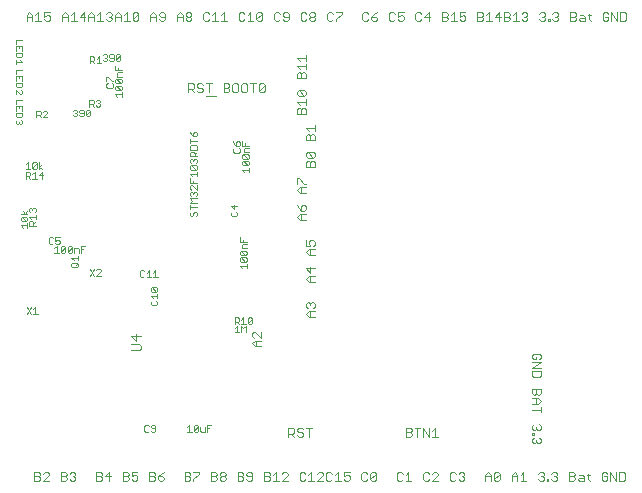
<source format=gto>
G75*
G70*
%OFA0B0*%
%FSLAX24Y24*%
%IPPOS*%
%LPD*%
%AMOC8*
5,1,8,0,0,1.08239X$1,22.5*
%
%ADD10C,0.0030*%
%ADD11C,0.0020*%
%ADD12C,0.0040*%
D10*
X000936Y000336D02*
X001081Y000336D01*
X001130Y000385D01*
X001130Y000433D01*
X001081Y000481D01*
X000936Y000481D01*
X000936Y000336D02*
X000936Y000626D01*
X001081Y000626D01*
X001130Y000578D01*
X001130Y000530D01*
X001081Y000481D01*
X001231Y000578D02*
X001279Y000626D01*
X001376Y000626D01*
X001424Y000578D01*
X001424Y000530D01*
X001231Y000336D01*
X001424Y000336D01*
X001820Y000336D02*
X001965Y000336D01*
X002014Y000385D01*
X002014Y000433D01*
X001965Y000481D01*
X001820Y000481D01*
X001820Y000336D02*
X001820Y000626D01*
X001965Y000626D01*
X002014Y000578D01*
X002014Y000530D01*
X001965Y000481D01*
X002115Y000385D02*
X002163Y000336D01*
X002260Y000336D01*
X002308Y000385D01*
X002308Y000433D01*
X002260Y000481D01*
X002211Y000481D01*
X002260Y000481D02*
X002308Y000530D01*
X002308Y000578D01*
X002260Y000626D01*
X002163Y000626D01*
X002115Y000578D01*
X002999Y000626D02*
X002999Y000336D01*
X003144Y000336D01*
X003192Y000385D01*
X003192Y000433D01*
X003144Y000481D01*
X002999Y000481D01*
X003144Y000481D02*
X003192Y000530D01*
X003192Y000578D01*
X003144Y000626D01*
X002999Y000626D01*
X003293Y000481D02*
X003487Y000481D01*
X003438Y000336D02*
X003438Y000626D01*
X003293Y000481D01*
X003883Y000481D02*
X004028Y000481D01*
X004076Y000433D01*
X004076Y000385D01*
X004028Y000336D01*
X003883Y000336D01*
X003883Y000626D01*
X004028Y000626D01*
X004076Y000578D01*
X004076Y000530D01*
X004028Y000481D01*
X004177Y000481D02*
X004274Y000530D01*
X004322Y000530D01*
X004371Y000481D01*
X004371Y000385D01*
X004322Y000336D01*
X004226Y000336D01*
X004177Y000385D01*
X004177Y000481D02*
X004177Y000626D01*
X004371Y000626D01*
X004767Y000626D02*
X004767Y000336D01*
X004912Y000336D01*
X004960Y000385D01*
X004960Y000433D01*
X004912Y000481D01*
X004767Y000481D01*
X004912Y000481D02*
X004960Y000530D01*
X004960Y000578D01*
X004912Y000626D01*
X004767Y000626D01*
X005061Y000481D02*
X005206Y000481D01*
X005255Y000433D01*
X005255Y000385D01*
X005206Y000336D01*
X005110Y000336D01*
X005061Y000385D01*
X005061Y000481D01*
X005158Y000578D01*
X005255Y000626D01*
X005945Y000626D02*
X005945Y000336D01*
X006090Y000336D01*
X006139Y000385D01*
X006139Y000433D01*
X006090Y000481D01*
X005945Y000481D01*
X006090Y000481D02*
X006139Y000530D01*
X006139Y000578D01*
X006090Y000626D01*
X005945Y000626D01*
X006240Y000626D02*
X006433Y000626D01*
X006433Y000578D01*
X006240Y000385D01*
X006240Y000336D01*
X006829Y000336D02*
X006974Y000336D01*
X007023Y000385D01*
X007023Y000433D01*
X006974Y000481D01*
X006829Y000481D01*
X006829Y000336D02*
X006829Y000626D01*
X006974Y000626D01*
X007023Y000578D01*
X007023Y000530D01*
X006974Y000481D01*
X007124Y000433D02*
X007172Y000481D01*
X007269Y000481D01*
X007317Y000433D01*
X007317Y000385D01*
X007269Y000336D01*
X007172Y000336D01*
X007124Y000385D01*
X007124Y000433D01*
X007172Y000481D02*
X007124Y000530D01*
X007124Y000578D01*
X007172Y000626D01*
X007269Y000626D01*
X007317Y000578D01*
X007317Y000530D01*
X007269Y000481D01*
X007713Y000481D02*
X007858Y000481D01*
X007906Y000433D01*
X007906Y000385D01*
X007858Y000336D01*
X007713Y000336D01*
X007713Y000626D01*
X007858Y000626D01*
X007906Y000578D01*
X007906Y000530D01*
X007858Y000481D01*
X008008Y000530D02*
X008056Y000481D01*
X008201Y000481D01*
X008201Y000385D02*
X008201Y000578D01*
X008153Y000626D01*
X008056Y000626D01*
X008008Y000578D01*
X008008Y000530D01*
X008008Y000385D02*
X008056Y000336D01*
X008153Y000336D01*
X008201Y000385D01*
X008597Y000336D02*
X008742Y000336D01*
X008790Y000385D01*
X008790Y000433D01*
X008742Y000481D01*
X008597Y000481D01*
X008597Y000336D02*
X008597Y000626D01*
X008742Y000626D01*
X008790Y000578D01*
X008790Y000530D01*
X008742Y000481D01*
X008892Y000530D02*
X008988Y000626D01*
X008988Y000336D01*
X008892Y000336D02*
X009085Y000336D01*
X009186Y000336D02*
X009380Y000530D01*
X009380Y000578D01*
X009331Y000626D01*
X009235Y000626D01*
X009186Y000578D01*
X009186Y000336D02*
X009380Y000336D01*
X009776Y000385D02*
X009824Y000336D01*
X009921Y000336D01*
X009969Y000385D01*
X010070Y000336D02*
X010264Y000336D01*
X010167Y000336D02*
X010167Y000626D01*
X010070Y000530D01*
X009969Y000578D02*
X009921Y000626D01*
X009824Y000626D01*
X009776Y000578D01*
X009776Y000385D01*
X010365Y000336D02*
X010558Y000530D01*
X010558Y000578D01*
X010510Y000626D01*
X010413Y000626D01*
X010365Y000578D01*
X010365Y000336D02*
X010558Y000336D01*
X010659Y000385D02*
X010708Y000336D01*
X010805Y000336D01*
X010853Y000385D01*
X010954Y000336D02*
X011148Y000336D01*
X011051Y000336D02*
X011051Y000626D01*
X010954Y000530D01*
X010853Y000578D02*
X010805Y000626D01*
X010708Y000626D01*
X010659Y000578D01*
X010659Y000385D01*
X011249Y000385D02*
X011297Y000336D01*
X011394Y000336D01*
X011442Y000385D01*
X011442Y000481D01*
X011394Y000530D01*
X011346Y000530D01*
X011249Y000481D01*
X011249Y000626D01*
X011442Y000626D01*
X011838Y000578D02*
X011838Y000385D01*
X011886Y000336D01*
X011983Y000336D01*
X012032Y000385D01*
X012133Y000385D02*
X012133Y000578D01*
X012181Y000626D01*
X012278Y000626D01*
X012326Y000578D01*
X012133Y000385D01*
X012181Y000336D01*
X012278Y000336D01*
X012326Y000385D01*
X012326Y000578D01*
X012032Y000578D02*
X011983Y000626D01*
X011886Y000626D01*
X011838Y000578D01*
X013017Y000578D02*
X013017Y000385D01*
X013065Y000336D01*
X013162Y000336D01*
X013210Y000385D01*
X013311Y000336D02*
X013505Y000336D01*
X013408Y000336D02*
X013408Y000626D01*
X013311Y000530D01*
X013210Y000578D02*
X013162Y000626D01*
X013065Y000626D01*
X013017Y000578D01*
X013901Y000578D02*
X013901Y000385D01*
X013949Y000336D01*
X014046Y000336D01*
X014094Y000385D01*
X014195Y000336D02*
X014389Y000530D01*
X014389Y000578D01*
X014340Y000626D01*
X014244Y000626D01*
X014195Y000578D01*
X014094Y000578D02*
X014046Y000626D01*
X013949Y000626D01*
X013901Y000578D01*
X014195Y000336D02*
X014389Y000336D01*
X014785Y000385D02*
X014833Y000336D01*
X014930Y000336D01*
X014978Y000385D01*
X015079Y000385D02*
X015128Y000336D01*
X015224Y000336D01*
X015273Y000385D01*
X015273Y000433D01*
X015224Y000481D01*
X015176Y000481D01*
X015224Y000481D02*
X015273Y000530D01*
X015273Y000578D01*
X015224Y000626D01*
X015128Y000626D01*
X015079Y000578D01*
X014978Y000578D02*
X014930Y000626D01*
X014833Y000626D01*
X014785Y000578D01*
X014785Y000385D01*
X015963Y000336D02*
X015963Y000530D01*
X016060Y000626D01*
X016157Y000530D01*
X016157Y000336D01*
X016258Y000385D02*
X016451Y000578D01*
X016451Y000385D01*
X016403Y000336D01*
X016306Y000336D01*
X016258Y000385D01*
X016258Y000578D01*
X016306Y000626D01*
X016403Y000626D01*
X016451Y000578D01*
X016157Y000481D02*
X015963Y000481D01*
X016847Y000481D02*
X017041Y000481D01*
X017041Y000530D02*
X017041Y000336D01*
X017142Y000336D02*
X017335Y000336D01*
X017238Y000336D02*
X017238Y000626D01*
X017142Y000530D01*
X017041Y000530D02*
X016944Y000626D01*
X016847Y000530D01*
X016847Y000336D01*
X017731Y000385D02*
X017779Y000336D01*
X017876Y000336D01*
X017924Y000385D01*
X017924Y000433D01*
X017876Y000481D01*
X017828Y000481D01*
X017876Y000481D02*
X017924Y000530D01*
X017924Y000578D01*
X017876Y000626D01*
X017779Y000626D01*
X017731Y000578D01*
X018026Y000385D02*
X018074Y000385D01*
X018074Y000336D01*
X018026Y000336D01*
X018026Y000385D01*
X018173Y000385D02*
X018221Y000336D01*
X018318Y000336D01*
X018366Y000385D01*
X018366Y000433D01*
X018318Y000481D01*
X018270Y000481D01*
X018318Y000481D02*
X018366Y000530D01*
X018366Y000578D01*
X018318Y000626D01*
X018221Y000626D01*
X018173Y000578D01*
X018762Y000626D02*
X018762Y000336D01*
X018907Y000336D01*
X018956Y000385D01*
X018956Y000433D01*
X018907Y000481D01*
X018762Y000481D01*
X018907Y000481D02*
X018956Y000530D01*
X018956Y000578D01*
X018907Y000626D01*
X018762Y000626D01*
X019105Y000530D02*
X019202Y000530D01*
X019250Y000481D01*
X019250Y000336D01*
X019105Y000336D01*
X019057Y000385D01*
X019105Y000433D01*
X019250Y000433D01*
X019352Y000530D02*
X019448Y000530D01*
X019400Y000578D02*
X019400Y000385D01*
X019448Y000336D01*
X019843Y000385D02*
X019891Y000336D01*
X019988Y000336D01*
X020036Y000385D01*
X020036Y000481D01*
X019939Y000481D01*
X019843Y000385D02*
X019843Y000578D01*
X019891Y000626D01*
X019988Y000626D01*
X020036Y000578D01*
X020137Y000626D02*
X020331Y000336D01*
X020331Y000626D01*
X020432Y000626D02*
X020432Y000336D01*
X020577Y000336D01*
X020625Y000385D01*
X020625Y000578D01*
X020577Y000626D01*
X020432Y000626D01*
X020137Y000626D02*
X020137Y000336D01*
X017816Y001632D02*
X017768Y001584D01*
X017720Y001584D01*
X017671Y001632D01*
X017623Y001584D01*
X017575Y001584D01*
X017526Y001632D01*
X017526Y001729D01*
X017575Y001777D01*
X017575Y001876D02*
X017526Y001876D01*
X017526Y001924D01*
X017575Y001924D01*
X017575Y001876D01*
X017575Y002026D02*
X017526Y002074D01*
X017526Y002171D01*
X017575Y002219D01*
X017671Y002122D02*
X017671Y002074D01*
X017623Y002026D01*
X017575Y002026D01*
X017671Y002074D02*
X017720Y002026D01*
X017768Y002026D01*
X017816Y002074D01*
X017816Y002171D01*
X017768Y002219D01*
X017816Y002615D02*
X017816Y002808D01*
X017816Y002712D02*
X017526Y002712D01*
X017526Y002909D02*
X017720Y002909D01*
X017816Y003006D01*
X017720Y003103D01*
X017526Y003103D01*
X017575Y003204D02*
X017526Y003252D01*
X017526Y003398D01*
X017816Y003398D01*
X017816Y003252D01*
X017768Y003204D01*
X017720Y003204D01*
X017671Y003252D01*
X017671Y003398D01*
X017671Y003252D02*
X017623Y003204D01*
X017575Y003204D01*
X017671Y003103D02*
X017671Y002909D01*
X017575Y003793D02*
X017768Y003793D01*
X017816Y003842D01*
X017816Y003987D01*
X017526Y003987D01*
X017526Y003842D01*
X017575Y003793D01*
X017526Y004088D02*
X017816Y004088D01*
X017816Y004282D02*
X017526Y004282D01*
X017575Y004383D02*
X017671Y004383D01*
X017671Y004479D01*
X017575Y004383D02*
X017526Y004431D01*
X017526Y004528D01*
X017575Y004576D01*
X017768Y004576D01*
X017816Y004528D01*
X017816Y004431D01*
X017768Y004383D01*
X017816Y004282D02*
X017526Y004088D01*
X014394Y001806D02*
X014200Y001806D01*
X014297Y001806D02*
X014297Y002096D01*
X014200Y002000D01*
X014099Y002096D02*
X014099Y001806D01*
X013905Y002096D01*
X013905Y001806D01*
X013708Y001806D02*
X013708Y002096D01*
X013804Y002096D02*
X013611Y002096D01*
X013510Y002048D02*
X013510Y002000D01*
X013461Y001951D01*
X013316Y001951D01*
X013316Y001806D02*
X013461Y001806D01*
X013510Y001855D01*
X013510Y001903D01*
X013461Y001951D01*
X013510Y002048D02*
X013461Y002096D01*
X013316Y002096D01*
X013316Y001806D01*
X010185Y002096D02*
X009992Y002096D01*
X010088Y002096D02*
X010088Y001806D01*
X009890Y001855D02*
X009842Y001806D01*
X009745Y001806D01*
X009697Y001855D01*
X009745Y001951D02*
X009842Y001951D01*
X009890Y001903D01*
X009890Y001855D01*
X009745Y001951D02*
X009697Y002000D01*
X009697Y002048D01*
X009745Y002096D01*
X009842Y002096D01*
X009890Y002048D01*
X009596Y002048D02*
X009596Y001951D01*
X009547Y001903D01*
X009402Y001903D01*
X009402Y001806D02*
X009402Y002096D01*
X009547Y002096D01*
X009596Y002048D01*
X009499Y001903D02*
X009596Y001806D01*
X008486Y004816D02*
X008293Y004816D01*
X008196Y004913D01*
X008293Y005010D01*
X008486Y005010D01*
X008486Y005111D02*
X008293Y005304D01*
X008244Y005304D01*
X008196Y005256D01*
X008196Y005159D01*
X008244Y005111D01*
X008341Y005010D02*
X008341Y004816D01*
X008486Y005111D02*
X008486Y005304D01*
X009996Y005897D02*
X010093Y005994D01*
X010286Y005994D01*
X010238Y006095D02*
X010286Y006143D01*
X010286Y006240D01*
X010238Y006288D01*
X010189Y006288D01*
X010141Y006240D01*
X010141Y006191D01*
X010141Y006240D02*
X010093Y006288D01*
X010044Y006288D01*
X009996Y006240D01*
X009996Y006143D01*
X010044Y006095D01*
X010141Y005994D02*
X010141Y005800D01*
X010093Y005800D02*
X009996Y005897D01*
X010093Y005800D02*
X010286Y005800D01*
X010286Y006979D02*
X010093Y006979D01*
X009996Y007075D01*
X010093Y007172D01*
X010286Y007172D01*
X010141Y007172D02*
X010141Y006979D01*
X010141Y007273D02*
X010141Y007467D01*
X010286Y007418D02*
X009996Y007418D01*
X010141Y007273D01*
X010141Y007863D02*
X010141Y008056D01*
X010093Y008056D02*
X010286Y008056D01*
X010238Y008157D02*
X010286Y008206D01*
X010286Y008302D01*
X010238Y008351D01*
X010141Y008351D01*
X010093Y008302D01*
X010093Y008254D01*
X010141Y008157D01*
X009996Y008157D01*
X009996Y008351D01*
X010093Y008056D02*
X009996Y007959D01*
X010093Y007863D01*
X010286Y007863D01*
X009986Y009041D02*
X009793Y009041D01*
X009696Y009138D01*
X009793Y009235D01*
X009986Y009235D01*
X009938Y009336D02*
X009841Y009336D01*
X009841Y009481D01*
X009889Y009529D01*
X009938Y009529D01*
X009986Y009481D01*
X009986Y009384D01*
X009938Y009336D01*
X009841Y009336D02*
X009744Y009433D01*
X009696Y009529D01*
X009841Y009235D02*
X009841Y009041D01*
X009841Y009925D02*
X009841Y010119D01*
X009793Y010119D02*
X009986Y010119D01*
X009986Y010220D02*
X009938Y010220D01*
X009744Y010413D01*
X009696Y010413D01*
X009696Y010220D01*
X009793Y010119D02*
X009696Y010022D01*
X009793Y009925D01*
X009986Y009925D01*
X009996Y010809D02*
X009996Y010954D01*
X010044Y011003D01*
X010093Y011003D01*
X010141Y010954D01*
X010141Y010809D01*
X010286Y010809D02*
X009996Y010809D01*
X010141Y010954D02*
X010189Y011003D01*
X010238Y011003D01*
X010286Y010954D01*
X010286Y010809D01*
X010238Y011104D02*
X010044Y011104D01*
X009996Y011152D01*
X009996Y011249D01*
X010044Y011297D01*
X010238Y011104D01*
X010286Y011152D01*
X010286Y011249D01*
X010238Y011297D01*
X010044Y011297D01*
X009996Y011693D02*
X009996Y011838D01*
X010044Y011886D01*
X010093Y011886D01*
X010141Y011838D01*
X010141Y011693D01*
X010286Y011693D02*
X009996Y011693D01*
X010141Y011838D02*
X010189Y011886D01*
X010238Y011886D01*
X010286Y011838D01*
X010286Y011693D01*
X010286Y011988D02*
X010286Y012181D01*
X010286Y012084D02*
X009996Y012084D01*
X010093Y011988D01*
X009986Y012577D02*
X009696Y012577D01*
X009696Y012722D01*
X009744Y012770D01*
X009793Y012770D01*
X009841Y012722D01*
X009841Y012577D01*
X009841Y012722D02*
X009889Y012770D01*
X009938Y012770D01*
X009986Y012722D01*
X009986Y012577D01*
X009986Y012872D02*
X009986Y013065D01*
X009986Y012968D02*
X009696Y012968D01*
X009793Y012872D01*
X009744Y013166D02*
X009696Y013215D01*
X009696Y013311D01*
X009744Y013360D01*
X009938Y013166D01*
X009986Y013215D01*
X009986Y013311D01*
X009938Y013360D01*
X009744Y013360D01*
X009744Y013166D02*
X009938Y013166D01*
X009986Y013756D02*
X009696Y013756D01*
X009696Y013901D01*
X009744Y013949D01*
X009793Y013949D01*
X009841Y013901D01*
X009841Y013756D01*
X009841Y013901D02*
X009889Y013949D01*
X009938Y013949D01*
X009986Y013901D01*
X009986Y013756D01*
X009986Y014050D02*
X009986Y014244D01*
X009986Y014147D02*
X009696Y014147D01*
X009793Y014050D01*
X009793Y014345D02*
X009696Y014442D01*
X009986Y014442D01*
X009986Y014538D02*
X009986Y014345D01*
X008615Y013538D02*
X008421Y013345D01*
X008470Y013296D01*
X008567Y013296D01*
X008615Y013345D01*
X008615Y013538D01*
X008567Y013586D01*
X008470Y013586D01*
X008421Y013538D01*
X008421Y013345D01*
X008224Y013296D02*
X008224Y013586D01*
X008320Y013586D02*
X008127Y013586D01*
X008026Y013538D02*
X007977Y013586D01*
X007881Y013586D01*
X007832Y013538D01*
X007832Y013345D01*
X007881Y013296D01*
X007977Y013296D01*
X008026Y013345D01*
X008026Y013538D01*
X007731Y013538D02*
X007683Y013586D01*
X007586Y013586D01*
X007538Y013538D01*
X007538Y013345D01*
X007586Y013296D01*
X007683Y013296D01*
X007731Y013345D01*
X007731Y013538D01*
X007436Y013538D02*
X007436Y013490D01*
X007388Y013441D01*
X007243Y013441D01*
X007243Y013296D02*
X007388Y013296D01*
X007436Y013345D01*
X007436Y013393D01*
X007388Y013441D01*
X007436Y013538D02*
X007388Y013586D01*
X007243Y013586D01*
X007243Y013296D01*
X006847Y013586D02*
X006654Y013586D01*
X006750Y013586D02*
X006750Y013296D01*
X006552Y013345D02*
X006552Y013393D01*
X006504Y013441D01*
X006407Y013441D01*
X006359Y013490D01*
X006359Y013538D01*
X006407Y013586D01*
X006504Y013586D01*
X006552Y013538D01*
X006552Y013345D02*
X006504Y013296D01*
X006407Y013296D01*
X006359Y013345D01*
X006258Y013296D02*
X006161Y013393D01*
X006209Y013393D02*
X006064Y013393D01*
X006064Y013296D02*
X006064Y013586D01*
X006209Y013586D01*
X006258Y013538D01*
X006258Y013441D01*
X006209Y013393D01*
X006125Y015666D02*
X006028Y015666D01*
X005980Y015715D01*
X005980Y015763D01*
X006028Y015811D01*
X006125Y015811D01*
X006173Y015763D01*
X006173Y015715D01*
X006125Y015666D01*
X006125Y015811D02*
X006173Y015860D01*
X006173Y015908D01*
X006125Y015956D01*
X006028Y015956D01*
X005980Y015908D01*
X005980Y015860D01*
X006028Y015811D01*
X005879Y015811D02*
X005685Y015811D01*
X005685Y015860D02*
X005782Y015956D01*
X005879Y015860D01*
X005879Y015666D01*
X005685Y015666D02*
X005685Y015860D01*
X005289Y015908D02*
X005289Y015715D01*
X005241Y015666D01*
X005144Y015666D01*
X005096Y015715D01*
X005144Y015811D02*
X005289Y015811D01*
X005289Y015908D02*
X005241Y015956D01*
X005144Y015956D01*
X005096Y015908D01*
X005096Y015860D01*
X005144Y015811D01*
X004995Y015811D02*
X004801Y015811D01*
X004801Y015860D02*
X004898Y015956D01*
X004995Y015860D01*
X004995Y015666D01*
X004801Y015666D02*
X004801Y015860D01*
X004405Y015908D02*
X004405Y015715D01*
X004357Y015666D01*
X004260Y015666D01*
X004212Y015715D01*
X004405Y015908D01*
X004357Y015956D01*
X004260Y015956D01*
X004212Y015908D01*
X004212Y015715D01*
X004111Y015666D02*
X003917Y015666D01*
X004014Y015666D02*
X004014Y015956D01*
X003917Y015860D01*
X003816Y015860D02*
X003816Y015666D01*
X003816Y015811D02*
X003623Y015811D01*
X003623Y015860D02*
X003719Y015956D01*
X003816Y015860D01*
X003623Y015860D02*
X003623Y015666D01*
X003521Y015715D02*
X003473Y015666D01*
X003376Y015666D01*
X003328Y015715D01*
X003227Y015666D02*
X003033Y015666D01*
X003130Y015666D02*
X003130Y015956D01*
X003033Y015860D01*
X002932Y015860D02*
X002932Y015666D01*
X002932Y015811D02*
X002739Y015811D01*
X002739Y015860D02*
X002835Y015956D01*
X002932Y015860D01*
X002739Y015860D02*
X002739Y015666D01*
X002589Y015666D02*
X002589Y015956D01*
X002444Y015811D01*
X002638Y015811D01*
X002343Y015666D02*
X002149Y015666D01*
X002246Y015666D02*
X002246Y015956D01*
X002149Y015860D01*
X002048Y015860D02*
X002048Y015666D01*
X002048Y015811D02*
X001855Y015811D01*
X001855Y015860D02*
X001951Y015956D01*
X002048Y015860D01*
X001855Y015860D02*
X001855Y015666D01*
X001459Y015715D02*
X001411Y015666D01*
X001314Y015666D01*
X001265Y015715D01*
X001265Y015811D02*
X001362Y015860D01*
X001411Y015860D01*
X001459Y015811D01*
X001459Y015715D01*
X001265Y015811D02*
X001265Y015956D01*
X001459Y015956D01*
X001068Y015956D02*
X001068Y015666D01*
X001164Y015666D02*
X000971Y015666D01*
X000870Y015666D02*
X000870Y015860D01*
X000773Y015956D01*
X000676Y015860D01*
X000676Y015666D01*
X000676Y015811D02*
X000870Y015811D01*
X000971Y015860D02*
X001068Y015956D01*
X003328Y015908D02*
X003376Y015956D01*
X003473Y015956D01*
X003521Y015908D01*
X003521Y015860D01*
X003473Y015811D01*
X003521Y015763D01*
X003521Y015715D01*
X003473Y015811D02*
X003425Y015811D01*
X006569Y015715D02*
X006617Y015666D01*
X006714Y015666D01*
X006763Y015715D01*
X006864Y015666D02*
X007057Y015666D01*
X006960Y015666D02*
X006960Y015956D01*
X006864Y015860D01*
X006763Y015908D02*
X006714Y015956D01*
X006617Y015956D01*
X006569Y015908D01*
X006569Y015715D01*
X007158Y015666D02*
X007352Y015666D01*
X007255Y015666D02*
X007255Y015956D01*
X007158Y015860D01*
X007748Y015908D02*
X007748Y015715D01*
X007796Y015666D01*
X007893Y015666D01*
X007941Y015715D01*
X008042Y015666D02*
X008236Y015666D01*
X008139Y015666D02*
X008139Y015956D01*
X008042Y015860D01*
X007941Y015908D02*
X007893Y015956D01*
X007796Y015956D01*
X007748Y015908D01*
X008337Y015908D02*
X008337Y015715D01*
X008530Y015908D01*
X008530Y015715D01*
X008482Y015666D01*
X008385Y015666D01*
X008337Y015715D01*
X008337Y015908D02*
X008385Y015956D01*
X008482Y015956D01*
X008530Y015908D01*
X008926Y015908D02*
X008926Y015715D01*
X008975Y015666D01*
X009071Y015666D01*
X009120Y015715D01*
X009221Y015715D02*
X009269Y015666D01*
X009366Y015666D01*
X009414Y015715D01*
X009414Y015908D01*
X009366Y015956D01*
X009269Y015956D01*
X009221Y015908D01*
X009221Y015860D01*
X009269Y015811D01*
X009414Y015811D01*
X009810Y015715D02*
X009859Y015666D01*
X009955Y015666D01*
X010004Y015715D01*
X010105Y015715D02*
X010105Y015763D01*
X010153Y015811D01*
X010250Y015811D01*
X010298Y015763D01*
X010298Y015715D01*
X010250Y015666D01*
X010153Y015666D01*
X010105Y015715D01*
X010153Y015811D02*
X010105Y015860D01*
X010105Y015908D01*
X010153Y015956D01*
X010250Y015956D01*
X010298Y015908D01*
X010298Y015860D01*
X010250Y015811D01*
X010004Y015908D02*
X009955Y015956D01*
X009859Y015956D01*
X009810Y015908D01*
X009810Y015715D01*
X009120Y015908D02*
X009071Y015956D01*
X008975Y015956D01*
X008926Y015908D01*
X010694Y015908D02*
X010694Y015715D01*
X010742Y015666D01*
X010839Y015666D01*
X010888Y015715D01*
X010989Y015715D02*
X011182Y015908D01*
X011182Y015956D01*
X010989Y015956D01*
X010888Y015908D02*
X010839Y015956D01*
X010742Y015956D01*
X010694Y015908D01*
X010989Y015715D02*
X010989Y015666D01*
X011873Y015715D02*
X011921Y015666D01*
X012018Y015666D01*
X012066Y015715D01*
X012167Y015715D02*
X012167Y015811D01*
X012312Y015811D01*
X012361Y015763D01*
X012361Y015715D01*
X012312Y015666D01*
X012216Y015666D01*
X012167Y015715D01*
X012167Y015811D02*
X012264Y015908D01*
X012361Y015956D01*
X012066Y015908D02*
X012018Y015956D01*
X011921Y015956D01*
X011873Y015908D01*
X011873Y015715D01*
X012757Y015715D02*
X012805Y015666D01*
X012902Y015666D01*
X012950Y015715D01*
X013051Y015715D02*
X013100Y015666D01*
X013196Y015666D01*
X013245Y015715D01*
X013245Y015811D01*
X013196Y015860D01*
X013148Y015860D01*
X013051Y015811D01*
X013051Y015956D01*
X013245Y015956D01*
X013641Y015908D02*
X013641Y015715D01*
X013689Y015666D01*
X013786Y015666D01*
X013834Y015715D01*
X013935Y015811D02*
X014129Y015811D01*
X014080Y015666D02*
X014080Y015956D01*
X013935Y015811D01*
X013834Y015908D02*
X013786Y015956D01*
X013689Y015956D01*
X013641Y015908D01*
X012950Y015908D02*
X012902Y015956D01*
X012805Y015956D01*
X012757Y015908D01*
X012757Y015715D01*
X014525Y015666D02*
X014670Y015666D01*
X014718Y015715D01*
X014718Y015763D01*
X014670Y015811D01*
X014525Y015811D01*
X014670Y015811D02*
X014718Y015860D01*
X014718Y015908D01*
X014670Y015956D01*
X014525Y015956D01*
X014525Y015666D01*
X014819Y015666D02*
X015013Y015666D01*
X014916Y015666D02*
X014916Y015956D01*
X014819Y015860D01*
X015114Y015811D02*
X015114Y015956D01*
X015307Y015956D01*
X015259Y015860D02*
X015211Y015860D01*
X015114Y015811D01*
X015114Y015715D02*
X015162Y015666D01*
X015259Y015666D01*
X015307Y015715D01*
X015307Y015811D01*
X015259Y015860D01*
X015703Y015811D02*
X015848Y015811D01*
X015897Y015763D01*
X015897Y015715D01*
X015848Y015666D01*
X015703Y015666D01*
X015703Y015956D01*
X015848Y015956D01*
X015897Y015908D01*
X015897Y015860D01*
X015848Y015811D01*
X015998Y015860D02*
X016094Y015956D01*
X016094Y015666D01*
X015998Y015666D02*
X016191Y015666D01*
X016292Y015811D02*
X016486Y015811D01*
X016587Y015811D02*
X016732Y015811D01*
X016781Y015763D01*
X016781Y015715D01*
X016732Y015666D01*
X016587Y015666D01*
X016587Y015956D01*
X016732Y015956D01*
X016781Y015908D01*
X016781Y015860D01*
X016732Y015811D01*
X016882Y015860D02*
X016978Y015956D01*
X016978Y015666D01*
X016882Y015666D02*
X017075Y015666D01*
X017176Y015715D02*
X017225Y015666D01*
X017321Y015666D01*
X017370Y015715D01*
X017370Y015763D01*
X017321Y015811D01*
X017273Y015811D01*
X017321Y015811D02*
X017370Y015860D01*
X017370Y015908D01*
X017321Y015956D01*
X017225Y015956D01*
X017176Y015908D01*
X017766Y015908D02*
X017814Y015956D01*
X017911Y015956D01*
X017959Y015908D01*
X017959Y015860D01*
X017911Y015811D01*
X017959Y015763D01*
X017959Y015715D01*
X017911Y015666D01*
X017814Y015666D01*
X017766Y015715D01*
X017862Y015811D02*
X017911Y015811D01*
X018060Y015715D02*
X018109Y015715D01*
X018109Y015666D01*
X018060Y015666D01*
X018060Y015715D01*
X018208Y015715D02*
X018256Y015666D01*
X018353Y015666D01*
X018401Y015715D01*
X018401Y015763D01*
X018353Y015811D01*
X018304Y015811D01*
X018353Y015811D02*
X018401Y015860D01*
X018401Y015908D01*
X018353Y015956D01*
X018256Y015956D01*
X018208Y015908D01*
X018797Y015956D02*
X018797Y015666D01*
X018942Y015666D01*
X018990Y015715D01*
X018990Y015763D01*
X018942Y015811D01*
X018797Y015811D01*
X018942Y015811D02*
X018990Y015860D01*
X018990Y015908D01*
X018942Y015956D01*
X018797Y015956D01*
X019140Y015860D02*
X019237Y015860D01*
X019285Y015811D01*
X019285Y015666D01*
X019140Y015666D01*
X019092Y015715D01*
X019140Y015763D01*
X019285Y015763D01*
X019386Y015860D02*
X019483Y015860D01*
X019435Y015908D02*
X019435Y015715D01*
X019483Y015666D01*
X019877Y015715D02*
X019877Y015908D01*
X019926Y015956D01*
X020022Y015956D01*
X020071Y015908D01*
X020071Y015811D02*
X019974Y015811D01*
X020071Y015811D02*
X020071Y015715D01*
X020022Y015666D01*
X019926Y015666D01*
X019877Y015715D01*
X020172Y015666D02*
X020172Y015956D01*
X020365Y015666D01*
X020365Y015956D01*
X020467Y015956D02*
X020612Y015956D01*
X020660Y015908D01*
X020660Y015715D01*
X020612Y015666D01*
X020467Y015666D01*
X020467Y015956D01*
X016438Y015956D02*
X016438Y015666D01*
X016292Y015811D02*
X016438Y015956D01*
X017768Y001777D02*
X017816Y001729D01*
X017816Y001632D01*
X017671Y001632D02*
X017671Y001680D01*
D11*
X008200Y005598D02*
X008163Y005561D01*
X008090Y005561D01*
X008053Y005598D01*
X008200Y005745D01*
X008200Y005598D01*
X008200Y005745D02*
X008163Y005781D01*
X008090Y005781D01*
X008053Y005745D01*
X008053Y005598D01*
X007979Y005561D02*
X007832Y005561D01*
X007832Y005506D02*
X007906Y005433D01*
X007979Y005506D01*
X007979Y005286D01*
X007832Y005286D02*
X007832Y005506D01*
X007906Y005561D02*
X007906Y005781D01*
X007832Y005708D01*
X007758Y005745D02*
X007758Y005671D01*
X007721Y005635D01*
X007611Y005635D01*
X007685Y005635D02*
X007758Y005561D01*
X007685Y005506D02*
X007685Y005286D01*
X007758Y005286D02*
X007611Y005286D01*
X007611Y005433D02*
X007685Y005506D01*
X007611Y005561D02*
X007611Y005781D01*
X007721Y005781D01*
X007758Y005745D01*
X007864Y007421D02*
X007791Y007495D01*
X008011Y007495D01*
X008011Y007568D02*
X008011Y007421D01*
X007974Y007642D02*
X007828Y007642D01*
X007791Y007679D01*
X007791Y007752D01*
X007828Y007789D01*
X007974Y007642D01*
X008011Y007679D01*
X008011Y007752D01*
X007974Y007789D01*
X007828Y007789D01*
X007828Y007863D02*
X007791Y007900D01*
X007791Y007973D01*
X007828Y008010D01*
X007974Y007863D01*
X008011Y007900D01*
X008011Y007973D01*
X007974Y008010D01*
X007828Y008010D01*
X007864Y008084D02*
X007864Y008194D01*
X007901Y008231D01*
X008011Y008231D01*
X008011Y008305D02*
X007791Y008305D01*
X007791Y008452D01*
X007901Y008379D02*
X007901Y008305D01*
X007864Y008084D02*
X008011Y008084D01*
X007974Y007863D02*
X007828Y007863D01*
X007664Y009161D02*
X007518Y009161D01*
X007481Y009198D01*
X007481Y009271D01*
X007518Y009308D01*
X007591Y009382D02*
X007591Y009529D01*
X007481Y009492D02*
X007591Y009382D01*
X007664Y009308D02*
X007701Y009271D01*
X007701Y009198D01*
X007664Y009161D01*
X007701Y009492D02*
X007481Y009492D01*
X006348Y009456D02*
X006128Y009456D01*
X006128Y009529D02*
X006128Y009382D01*
X006165Y009308D02*
X006128Y009271D01*
X006128Y009198D01*
X006165Y009161D01*
X006201Y009161D01*
X006238Y009198D01*
X006238Y009271D01*
X006275Y009308D01*
X006311Y009308D01*
X006348Y009271D01*
X006348Y009198D01*
X006311Y009161D01*
X006348Y009603D02*
X006128Y009603D01*
X006201Y009677D01*
X006128Y009750D01*
X006348Y009750D01*
X006311Y009824D02*
X006348Y009861D01*
X006348Y009934D01*
X006311Y009971D01*
X006275Y009971D01*
X006238Y009934D01*
X006238Y009898D01*
X006238Y009934D02*
X006201Y009971D01*
X006165Y009971D01*
X006128Y009934D01*
X006128Y009861D01*
X006165Y009824D01*
X006165Y010045D02*
X006128Y010082D01*
X006128Y010155D01*
X006165Y010192D01*
X006201Y010192D01*
X006348Y010045D01*
X006348Y010192D01*
X006348Y010266D02*
X006128Y010266D01*
X006128Y010413D01*
X006201Y010487D02*
X006128Y010560D01*
X006348Y010560D01*
X006348Y010487D02*
X006348Y010634D01*
X006311Y010708D02*
X006165Y010855D01*
X006311Y010855D01*
X006348Y010818D01*
X006348Y010745D01*
X006311Y010708D01*
X006165Y010708D01*
X006128Y010745D01*
X006128Y010818D01*
X006165Y010855D01*
X006165Y010929D02*
X006128Y010966D01*
X006128Y011039D01*
X006165Y011076D01*
X006201Y011076D01*
X006238Y011039D01*
X006275Y011076D01*
X006311Y011076D01*
X006348Y011039D01*
X006348Y010966D01*
X006311Y010929D01*
X006238Y011002D02*
X006238Y011039D01*
X006275Y011150D02*
X006275Y011260D01*
X006238Y011297D01*
X006165Y011297D01*
X006128Y011260D01*
X006128Y011150D01*
X006348Y011150D01*
X006275Y011223D02*
X006348Y011297D01*
X006348Y011371D02*
X006348Y011481D01*
X006311Y011518D01*
X006165Y011518D01*
X006128Y011481D01*
X006128Y011371D01*
X006348Y011371D01*
X006348Y011665D02*
X006128Y011665D01*
X006128Y011592D02*
X006128Y011739D01*
X006238Y011813D02*
X006238Y011923D01*
X006275Y011960D01*
X006311Y011960D01*
X006348Y011923D01*
X006348Y011850D01*
X006311Y011813D01*
X006238Y011813D01*
X006165Y011886D01*
X006128Y011960D01*
X007561Y011647D02*
X007598Y011574D01*
X007671Y011500D01*
X007671Y011610D01*
X007708Y011647D01*
X007744Y011647D01*
X007781Y011610D01*
X007781Y011537D01*
X007744Y011500D01*
X007671Y011500D01*
X007598Y011426D02*
X007561Y011389D01*
X007561Y011316D01*
X007598Y011279D01*
X007744Y011279D01*
X007781Y011316D01*
X007781Y011389D01*
X007744Y011426D01*
X007861Y011510D02*
X007861Y011657D01*
X007971Y011584D02*
X007971Y011510D01*
X007971Y011436D02*
X008081Y011436D01*
X008081Y011510D02*
X007861Y011510D01*
X007934Y011399D02*
X007971Y011436D01*
X007934Y011399D02*
X007934Y011289D01*
X008081Y011289D01*
X008044Y011215D02*
X008081Y011178D01*
X008081Y011105D01*
X008044Y011068D01*
X007898Y011215D01*
X008044Y011215D01*
X007898Y011215D02*
X007861Y011178D01*
X007861Y011105D01*
X007898Y011068D01*
X008044Y011068D01*
X008044Y010994D02*
X008081Y010957D01*
X008081Y010884D01*
X008044Y010847D01*
X007898Y010994D01*
X008044Y010994D01*
X007898Y010994D02*
X007861Y010957D01*
X007861Y010884D01*
X007898Y010847D01*
X008044Y010847D01*
X008081Y010773D02*
X008081Y010626D01*
X008081Y010700D02*
X007861Y010700D01*
X007934Y010626D01*
X006238Y010339D02*
X006238Y010266D01*
X003139Y012848D02*
X003102Y012811D01*
X003029Y012811D01*
X002992Y012848D01*
X002918Y012811D02*
X002845Y012885D01*
X002881Y012885D02*
X002771Y012885D01*
X002771Y012811D02*
X002771Y013031D01*
X002881Y013031D01*
X002918Y012995D01*
X002918Y012921D01*
X002881Y012885D01*
X002992Y012995D02*
X003029Y013031D01*
X003102Y013031D01*
X003139Y012995D01*
X003139Y012958D01*
X003102Y012921D01*
X003139Y012885D01*
X003139Y012848D01*
X003102Y012921D02*
X003066Y012921D01*
X002800Y012675D02*
X002763Y012711D01*
X002690Y012711D01*
X002653Y012675D01*
X002653Y012528D01*
X002800Y012675D01*
X002800Y012528D01*
X002763Y012491D01*
X002690Y012491D01*
X002653Y012528D01*
X002579Y012528D02*
X002579Y012675D01*
X002542Y012711D01*
X002469Y012711D01*
X002432Y012675D01*
X002432Y012638D01*
X002469Y012601D01*
X002579Y012601D01*
X002579Y012528D02*
X002542Y012491D01*
X002469Y012491D01*
X002432Y012528D01*
X002358Y012528D02*
X002321Y012491D01*
X002248Y012491D01*
X002211Y012528D01*
X002285Y012601D02*
X002321Y012601D01*
X002358Y012565D01*
X002358Y012528D01*
X002321Y012601D02*
X002358Y012638D01*
X002358Y012675D01*
X002321Y012711D01*
X002248Y012711D01*
X002211Y012675D01*
X001369Y012635D02*
X001332Y012671D01*
X001259Y012671D01*
X001222Y012635D01*
X001148Y012635D02*
X001148Y012561D01*
X001111Y012525D01*
X001001Y012525D01*
X001075Y012525D02*
X001148Y012451D01*
X001222Y012451D02*
X001369Y012598D01*
X001369Y012635D01*
X001369Y012451D02*
X001222Y012451D01*
X001148Y012635D02*
X001111Y012671D01*
X001001Y012671D01*
X001001Y012451D01*
X000531Y012489D02*
X000531Y012599D01*
X000311Y012599D01*
X000311Y012489D01*
X000348Y012452D01*
X000495Y012452D01*
X000531Y012489D01*
X000495Y012378D02*
X000531Y012342D01*
X000531Y012268D01*
X000495Y012231D01*
X000458Y012231D01*
X000421Y012268D01*
X000385Y012231D01*
X000348Y012231D01*
X000311Y012268D01*
X000311Y012342D01*
X000348Y012378D01*
X000421Y012305D02*
X000421Y012268D01*
X000311Y012673D02*
X000311Y012820D01*
X000531Y012820D01*
X000531Y012673D01*
X000421Y012747D02*
X000421Y012820D01*
X000311Y012894D02*
X000311Y013041D01*
X000531Y013041D01*
X000495Y013231D02*
X000531Y013268D01*
X000531Y013342D01*
X000495Y013378D01*
X000495Y013452D02*
X000531Y013489D01*
X000531Y013599D01*
X000311Y013599D01*
X000311Y013489D01*
X000348Y013452D01*
X000495Y013452D01*
X000311Y013378D02*
X000311Y013231D01*
X000311Y013378D02*
X000458Y013231D01*
X000495Y013231D01*
X000531Y013673D02*
X000531Y013820D01*
X000311Y013820D01*
X000311Y013673D01*
X000421Y013747D02*
X000421Y013820D01*
X000311Y013894D02*
X000311Y014041D01*
X000531Y014041D01*
X000531Y014305D02*
X000311Y014305D01*
X000311Y014378D02*
X000311Y014231D01*
X000458Y014378D02*
X000531Y014305D01*
X000495Y014452D02*
X000348Y014452D01*
X000311Y014489D01*
X000311Y014599D01*
X000531Y014599D01*
X000531Y014489D01*
X000495Y014452D01*
X000531Y014673D02*
X000531Y014820D01*
X000311Y014820D01*
X000311Y014673D01*
X000421Y014747D02*
X000421Y014820D01*
X000311Y014894D02*
X000311Y015041D01*
X000531Y015041D01*
X002791Y014481D02*
X002791Y014261D01*
X002791Y014335D02*
X002901Y014335D01*
X002938Y014371D01*
X002938Y014445D01*
X002901Y014481D01*
X002791Y014481D01*
X002865Y014335D02*
X002938Y014261D01*
X003012Y014261D02*
X003159Y014261D01*
X003086Y014261D02*
X003086Y014481D01*
X003012Y014408D01*
X003211Y014368D02*
X003248Y014331D01*
X003321Y014331D01*
X003358Y014368D01*
X003358Y014405D01*
X003321Y014441D01*
X003285Y014441D01*
X003321Y014441D02*
X003358Y014478D01*
X003358Y014515D01*
X003321Y014551D01*
X003248Y014551D01*
X003211Y014515D01*
X003432Y014515D02*
X003432Y014478D01*
X003469Y014441D01*
X003579Y014441D01*
X003579Y014368D02*
X003579Y014515D01*
X003542Y014551D01*
X003469Y014551D01*
X003432Y014515D01*
X003432Y014368D02*
X003469Y014331D01*
X003542Y014331D01*
X003579Y014368D01*
X003653Y014368D02*
X003800Y014515D01*
X003800Y014368D01*
X003763Y014331D01*
X003690Y014331D01*
X003653Y014368D01*
X003653Y014515D01*
X003690Y014551D01*
X003763Y014551D01*
X003800Y014515D01*
X003631Y014172D02*
X003631Y014025D01*
X003851Y014025D01*
X003851Y013951D02*
X003741Y013951D01*
X003704Y013914D01*
X003704Y013804D01*
X003851Y013804D01*
X003814Y013730D02*
X003851Y013693D01*
X003851Y013620D01*
X003814Y013583D01*
X003668Y013730D01*
X003814Y013730D01*
X003668Y013730D02*
X003631Y013693D01*
X003631Y013620D01*
X003668Y013583D01*
X003814Y013583D01*
X003814Y013509D02*
X003851Y013472D01*
X003851Y013399D01*
X003814Y013362D01*
X003668Y013509D01*
X003814Y013509D01*
X003668Y013509D02*
X003631Y013472D01*
X003631Y013399D01*
X003668Y013362D01*
X003814Y013362D01*
X003851Y013288D02*
X003851Y013141D01*
X003851Y013215D02*
X003631Y013215D01*
X003704Y013141D01*
X003524Y013441D02*
X003561Y013478D01*
X003561Y013551D01*
X003524Y013588D01*
X003524Y013662D02*
X003561Y013662D01*
X003524Y013662D02*
X003378Y013809D01*
X003341Y013809D01*
X003341Y013662D01*
X003378Y013588D02*
X003341Y013551D01*
X003341Y013478D01*
X003378Y013441D01*
X003524Y013441D01*
X003741Y014025D02*
X003741Y014099D01*
X001093Y010956D02*
X001093Y010736D01*
X001093Y010810D02*
X001203Y010883D01*
X001093Y010810D02*
X001203Y010736D01*
X001203Y010631D02*
X001093Y010521D01*
X001240Y010521D01*
X001203Y010411D02*
X001203Y010631D01*
X001019Y010773D02*
X000982Y010736D01*
X000909Y010736D01*
X000872Y010773D01*
X001019Y010920D01*
X001019Y010773D01*
X001019Y010920D02*
X000982Y010956D01*
X000909Y010956D01*
X000872Y010920D01*
X000872Y010773D01*
X000798Y010736D02*
X000651Y010736D01*
X000725Y010736D02*
X000725Y010956D01*
X000651Y010883D01*
X000651Y010631D02*
X000761Y010631D01*
X000798Y010595D01*
X000798Y010521D01*
X000761Y010485D01*
X000651Y010485D01*
X000725Y010485D02*
X000798Y010411D01*
X000872Y010411D02*
X001019Y010411D01*
X000946Y010411D02*
X000946Y010631D01*
X000872Y010558D01*
X000651Y010631D02*
X000651Y010411D01*
X000798Y009427D02*
X000834Y009427D01*
X000871Y009390D01*
X000908Y009427D01*
X000944Y009427D01*
X000981Y009390D01*
X000981Y009317D01*
X000944Y009280D01*
X000981Y009206D02*
X000981Y009059D01*
X000981Y009133D02*
X000761Y009133D01*
X000834Y009059D01*
X000798Y008985D02*
X000871Y008985D01*
X000908Y008948D01*
X000908Y008838D01*
X000981Y008838D02*
X000761Y008838D01*
X000761Y008948D01*
X000798Y008985D01*
X000706Y009033D02*
X000669Y008996D01*
X000523Y009143D01*
X000669Y009143D01*
X000706Y009106D01*
X000706Y009033D01*
X000669Y008996D02*
X000523Y008996D01*
X000486Y009033D01*
X000486Y009106D01*
X000523Y009143D01*
X000486Y009217D02*
X000706Y009217D01*
X000633Y009217D02*
X000559Y009327D01*
X000633Y009217D02*
X000706Y009327D01*
X000761Y009317D02*
X000761Y009390D01*
X000798Y009427D01*
X000871Y009390D02*
X000871Y009354D01*
X000798Y009280D02*
X000761Y009317D01*
X000981Y008985D02*
X000908Y008912D01*
X000706Y008922D02*
X000706Y008775D01*
X000706Y008848D02*
X000486Y008848D01*
X000559Y008775D01*
X001409Y008415D02*
X001409Y008268D01*
X001446Y008231D01*
X001519Y008231D01*
X001556Y008268D01*
X001630Y008268D02*
X001667Y008231D01*
X001740Y008231D01*
X001777Y008268D01*
X001777Y008341D01*
X001740Y008378D01*
X001704Y008378D01*
X001630Y008341D01*
X001630Y008451D01*
X001777Y008451D01*
X001556Y008415D02*
X001519Y008451D01*
X001446Y008451D01*
X001409Y008415D01*
X001680Y008161D02*
X001680Y007941D01*
X001753Y007941D02*
X001606Y007941D01*
X001606Y008088D02*
X001680Y008161D01*
X001827Y008125D02*
X001864Y008161D01*
X001937Y008161D01*
X001974Y008125D01*
X001827Y007978D01*
X001864Y007941D01*
X001937Y007941D01*
X001974Y007978D01*
X001974Y008125D01*
X002048Y008125D02*
X002085Y008161D01*
X002158Y008161D01*
X002195Y008125D01*
X002048Y007978D01*
X002085Y007941D01*
X002158Y007941D01*
X002195Y007978D01*
X002195Y008125D01*
X002269Y008088D02*
X002269Y007941D01*
X002416Y007941D02*
X002416Y008051D01*
X002379Y008088D01*
X002269Y008088D01*
X002048Y008125D02*
X002048Y007978D01*
X001827Y007978D02*
X001827Y008125D01*
X002171Y007754D02*
X002391Y007754D01*
X002391Y007827D02*
X002391Y007680D01*
X002391Y007606D02*
X002318Y007533D01*
X002354Y007606D02*
X002391Y007569D01*
X002391Y007496D01*
X002354Y007459D01*
X002208Y007459D01*
X002171Y007496D01*
X002171Y007569D01*
X002208Y007606D01*
X002354Y007606D01*
X002244Y007680D02*
X002171Y007754D01*
X002490Y007941D02*
X002490Y008161D01*
X002637Y008161D01*
X002564Y008051D02*
X002490Y008051D01*
X002781Y007391D02*
X002928Y007171D01*
X003002Y007171D02*
X003149Y007318D01*
X003149Y007355D01*
X003112Y007391D01*
X003039Y007391D01*
X003002Y007355D01*
X002928Y007391D02*
X002781Y007171D01*
X003002Y007171D02*
X003149Y007171D01*
X004458Y007168D02*
X004495Y007131D01*
X004568Y007131D01*
X004605Y007168D01*
X004679Y007131D02*
X004826Y007131D01*
X004753Y007131D02*
X004753Y007351D01*
X004679Y007278D01*
X004605Y007315D02*
X004568Y007351D01*
X004495Y007351D01*
X004458Y007315D01*
X004458Y007168D01*
X004900Y007131D02*
X005047Y007131D01*
X004974Y007131D02*
X004974Y007351D01*
X004900Y007278D01*
X004858Y006787D02*
X005004Y006640D01*
X005041Y006677D01*
X005041Y006750D01*
X005004Y006787D01*
X004858Y006787D01*
X004821Y006750D01*
X004821Y006677D01*
X004858Y006640D01*
X005004Y006640D01*
X005041Y006566D02*
X005041Y006419D01*
X005041Y006493D02*
X004821Y006493D01*
X004894Y006419D01*
X004858Y006345D02*
X004821Y006308D01*
X004821Y006235D01*
X004858Y006198D01*
X005004Y006198D01*
X005041Y006235D01*
X005041Y006308D01*
X005004Y006345D01*
X001047Y005911D02*
X000900Y005911D01*
X000974Y005911D02*
X000974Y006131D01*
X000900Y006058D01*
X000826Y006131D02*
X000679Y005911D01*
X000826Y005911D02*
X000679Y006131D01*
X004643Y002190D02*
X004606Y002154D01*
X004606Y002007D01*
X004643Y001970D01*
X004716Y001970D01*
X004753Y002007D01*
X004827Y002007D02*
X004864Y001970D01*
X004937Y001970D01*
X004974Y002007D01*
X004974Y002154D01*
X004937Y002190D01*
X004864Y002190D01*
X004827Y002154D01*
X004827Y002117D01*
X004864Y002080D01*
X004974Y002080D01*
X004753Y002154D02*
X004716Y002190D01*
X004643Y002190D01*
X006031Y002121D02*
X006105Y002194D01*
X006105Y001974D01*
X006178Y001974D02*
X006031Y001974D01*
X006252Y002010D02*
X006252Y002157D01*
X006289Y002194D01*
X006362Y002194D01*
X006399Y002157D01*
X006252Y002010D01*
X006289Y001974D01*
X006362Y001974D01*
X006399Y002010D01*
X006399Y002157D01*
X006473Y002121D02*
X006473Y002010D01*
X006510Y001974D01*
X006620Y001974D01*
X006620Y002121D01*
X006694Y002084D02*
X006768Y002084D01*
X006694Y002194D02*
X006841Y002194D01*
X006694Y002194D02*
X006694Y001974D01*
D12*
X004429Y004687D02*
X004171Y004687D01*
X004429Y004687D02*
X004481Y004738D01*
X004481Y004842D01*
X004429Y004893D01*
X004171Y004893D01*
X004326Y005009D02*
X004171Y005164D01*
X004481Y005164D01*
X004326Y005216D02*
X004326Y005009D01*
X006671Y013151D02*
X006978Y013151D01*
M02*

</source>
